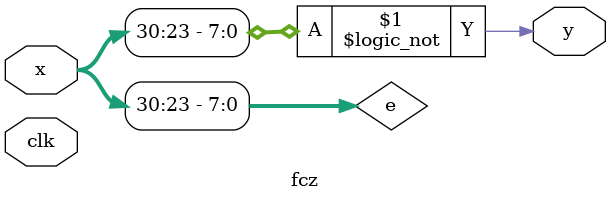
<source format=sv>
module fcz (
    input wire [31:0] x,
    output wire y,
    input wire clk );

    wire [7:0] e = x[30:23];

    assign y = e == 8'b0;

endmodule

</source>
